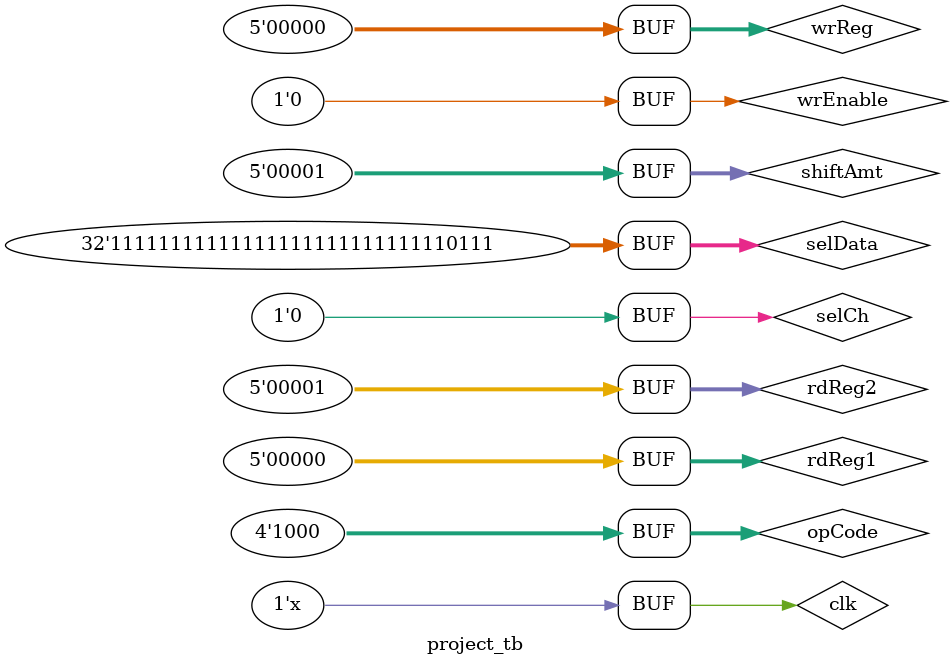
<source format=v>
module project (input wrEnable, input [4:0] wrReg, input [4:0] rdReg1, input [4:0] rdReg2, input clk, input [3:0] opCode, input [4:0] shiftAmt, output signed [31:0] result, input selCh, input [31:0] selData);

	wire [31:0] selected;
	wire signed [31:0] rdData1;
	wire signed [31:0] rdData2;

	registerFile regFile1 (wrEnable, wrReg, selected, rdReg1, rdData1, rdReg2, rdData2, clk);
	alu alu1 (rdData1, rdData2, opCode, shiftAmt, result);
	mux m1 (selCh, selData, result, selected);

endmodule

module project_tb;

	reg wrEnable;
	reg [4:0] wrReg;
	reg [4:0] rdReg1;
	reg [4:0] rdReg2;
	reg clk;
	reg [3:0] opCode;
	reg [4:0] shiftAmt;
	wire signed [31:0] result;
	reg selCh;
	reg [31:0] selData;

	always begin #5 clk = ~clk; end

	initial begin

		$monitor ("Your result = %d", result);

		clk = 0; selCh = 0;
		#10 $display ("Register file's 1st register = 1."); wrEnable = 1; wrReg = 0; selData = 1;
		#10 $display ("Register file's 2nd register = 7."); wrReg = 1; selData = 7; #10 wrEnable = 0;
		#10 $display ("Choosing register file's 1st and 2nd registers as it's outputs, and adding both."); rdReg1 = 0; rdReg2 = 1; opCode = 0;
		#10 $display ("Subtracting both."); opCode = 1;
		#10 $display ("Changing 2nd register = 0 and subtrcating both again."); wrEnable = 1; selData = 0; #10 wrEnable = 0;
		#10 $display ("Putting both registers at the terminals of an AND gate."); opCode = 2;
		#10 $display ("Putting both registers at the terminals of an OR gate."); opCode = 3;
		#10 $display ("Shifting 1st register's binary value 3 digits to the left."); shiftAmt = 3; opCode = 4;
		#10 $display ("Register file's 1st register = last operation's answer, and shifting it's binary value 3 digits to the left."); wrEnable = 1; wrReg = 0; selCh = 1; #10 wrEnable = 0;
		#10 $display ("Shifting 1st register's binary value 2 digits to the right logicaly."); shiftAmt = 2; opCode = 5;
		#10 $display ("Changing 1st register = -9 and shifting it's binary value 2 digits to the right logicaly."); wrEnable = 1; wrReg = 0; selCh = 0; selData = -9; #10 wrEnable = 0; // It'll give an unrelated answer because of the negative number.
		#10 $display ("Shifting 1st register's binary value 1 digits to the right arithmeticaly."); shiftAmt = 1; opCode = 6;
		#10 $display ("Is 1st register's value greater than 2nd register's value?"); opCode = 7;
		#10 $display ("Is 1st register's value less than 2nd register's value?"); opCode = 8;

	end

	project p1 (wrEnable, wrReg, rdReg1, rdReg2, clk, opCode, shiftAmt, result, selCh, selData);

endmodule

</source>
